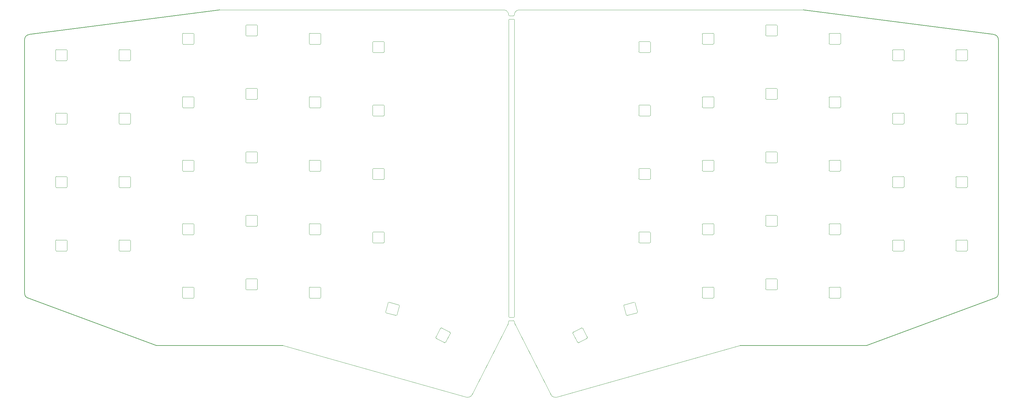
<source format=gm1>
%TF.GenerationSoftware,KiCad,Pcbnew,7.0.10*%
%TF.CreationDate,2024-03-01T16:33:51-05:00*%
%TF.ProjectId,Sofle_Pico_Panel,536f666c-655f-4506-9963-6f5f50616e65,v3.5.4*%
%TF.SameCoordinates,Original*%
%TF.FileFunction,Profile,NP*%
%FSLAX46Y46*%
G04 Gerber Fmt 4.6, Leading zero omitted, Abs format (unit mm)*
G04 Created by KiCad (PCBNEW 7.0.10) date 2024-03-01 16:33:51*
%MOMM*%
%LPD*%
G01*
G04 APERTURE LIST*
%TA.AperFunction,Profile*%
%ADD10C,0.100000*%
%TD*%
%TA.AperFunction,Profile*%
%ADD11C,0.150000*%
%TD*%
%TA.AperFunction,Profile*%
%ADD12C,0.050000*%
%TD*%
G04 APERTURE END LIST*
D10*
X105942385Y-164195552D02*
G75*
G03*
X107674776Y-163429736I395915J1446752D01*
G01*
X131325213Y-163429742D02*
G75*
G03*
X133057618Y-164195565I1336487J680942D01*
G01*
X120075000Y-49725000D02*
G75*
G03*
X120350000Y-49450000I100J274900D01*
G01*
D11*
X-25436186Y-55348999D02*
G75*
G03*
X-26772343Y-56850000I174979J-1500971D01*
G01*
D10*
X118485765Y-142212817D02*
G75*
G03*
X118649255Y-141505135I-1338365J681917D01*
G01*
D11*
X265772343Y-56850000D02*
X265772343Y-133050000D01*
D10*
X133057618Y-164195565D02*
X188072343Y-148700000D01*
X117148872Y-47950000D02*
X31877657Y-47950000D01*
X121851128Y-47949944D02*
G75*
G03*
X120350744Y-49450000I72J-1500456D01*
G01*
D11*
X265772355Y-56850000D02*
G75*
G03*
X264436186Y-55349000I-1511055J100D01*
G01*
X226172343Y-148700000D02*
X264866606Y-134427262D01*
D10*
X50927657Y-148700000D02*
X105942382Y-164195565D01*
D11*
X-26772343Y-133050000D02*
X-26772343Y-56850000D01*
X188072343Y-148700000D02*
X226172343Y-148700000D01*
D10*
X120075000Y-49725000D02*
X118925000Y-49725000D01*
D11*
X207122343Y-47950000D02*
X264436186Y-55348999D01*
D10*
X118925000Y-141225000D02*
G75*
G03*
X118650000Y-141500000I-100J-274900D01*
G01*
D11*
X-25866606Y-134427262D02*
X12827658Y-148700000D01*
X264866605Y-134427260D02*
G75*
G03*
X265772343Y-133050000I-594105J1377160D01*
G01*
X-26772342Y-133050000D02*
G75*
G03*
X-25866606Y-134427261I1499903J-63D01*
G01*
D10*
X120514232Y-142212818D02*
X131325224Y-163429736D01*
X207122343Y-47950000D02*
X121851128Y-47950000D01*
X120350732Y-141505135D02*
G75*
G03*
X120514233Y-142212818I1501768J-25765D01*
G01*
D11*
X-25436186Y-55348999D02*
X31877657Y-47950000D01*
D10*
X118649985Y-49450000D02*
G75*
G03*
X117149616Y-47949615I-1500485J-100D01*
G01*
X118650000Y-49450000D02*
G75*
G03*
X118925000Y-49725000I274900J-100D01*
G01*
X120350000Y-141500000D02*
G75*
G03*
X120075000Y-141225000I-274900J100D01*
G01*
X120350000Y-50850000D02*
X120350000Y-73100000D01*
X120350000Y-95475000D01*
X120350000Y-140075000D01*
X120200000Y-140225000D01*
X118800000Y-140225000D01*
X118650000Y-140075000D01*
X118650000Y-50850000D01*
X118775000Y-50725000D01*
X120225000Y-50725000D01*
X120350000Y-50850000D01*
D11*
X12827658Y-148700000D02*
X50927657Y-148700000D01*
D10*
X107674776Y-163429736D02*
X118485768Y-142212818D01*
X120075000Y-141225000D02*
X118925000Y-141225000D01*
D12*
X-17482506Y-117205135D02*
X-17482506Y-120105135D01*
X-17282506Y-117005135D02*
X-14182506Y-117005135D01*
X-14182506Y-120305135D02*
X-17282506Y-120305135D01*
X-13982506Y-120105135D02*
X-13982506Y-117205135D01*
X-17282506Y-117005135D02*
G75*
G03*
X-17482506Y-117205135I-2J-199998D01*
G01*
X-17482506Y-120105135D02*
G75*
G03*
X-17282506Y-120305135I199998J-2D01*
G01*
X-13982506Y-117205135D02*
G75*
G03*
X-14182506Y-117005135I-200000J0D01*
G01*
X-14182506Y-120305135D02*
G75*
G03*
X-13982506Y-120105135I0J200000D01*
G01*
X180282506Y-58055135D02*
X180282506Y-55155135D01*
X180082506Y-58255135D02*
X176982506Y-58255135D01*
X176982506Y-54955135D02*
X180082506Y-54955135D01*
X176782506Y-55155135D02*
X176782506Y-58055135D01*
X180082506Y-58255135D02*
G75*
G03*
X180282506Y-58055135I2J199998D01*
G01*
X180282506Y-55155135D02*
G75*
G03*
X180082506Y-54955135I-199998J2D01*
G01*
X176782506Y-58055135D02*
G75*
G03*
X176982506Y-58255135I200000J0D01*
G01*
X176982506Y-54955135D02*
G75*
G03*
X176782506Y-55155135I0J-200000D01*
G01*
X157338226Y-138622616D02*
X156587651Y-135821431D01*
X157196804Y-138867565D02*
X154202434Y-139669904D01*
X153348332Y-136482349D02*
X156342702Y-135680010D01*
X153206910Y-136727298D02*
X153957485Y-139528483D01*
X157196804Y-138867565D02*
G75*
G03*
X157338226Y-138622616I-51761J193184D01*
G01*
X156587651Y-135821431D02*
G75*
G03*
X156342702Y-135680010I-193184J-51762D01*
G01*
X153957487Y-139528483D02*
G75*
G03*
X154202434Y-139669903I193184J51764D01*
G01*
X153348332Y-136482350D02*
G75*
G03*
X153206911Y-136727298I51763J-193184D01*
G01*
X237432506Y-101055135D02*
X237432506Y-98155135D01*
X237232506Y-101255135D02*
X234132506Y-101255135D01*
X234132506Y-97955135D02*
X237232506Y-97955135D01*
X233932506Y-98155135D02*
X233932506Y-101055135D01*
X237232506Y-101255135D02*
G75*
G03*
X237432506Y-101055135I2J199998D01*
G01*
X237432506Y-98155135D02*
G75*
G03*
X237232506Y-97955135I-199998J2D01*
G01*
X233932506Y-101055135D02*
G75*
G03*
X234132506Y-101255135I200000J0D01*
G01*
X234132506Y-97955135D02*
G75*
G03*
X233932506Y-98155135I0J-200000D01*
G01*
X139578165Y-147809199D02*
X142162084Y-146492626D01*
X139309166Y-147721795D02*
X137901795Y-144959675D01*
X140842116Y-143461507D02*
X142249487Y-146223627D01*
X140573117Y-143374103D02*
X137989198Y-144690676D01*
X139309165Y-147721795D02*
G75*
G03*
X139578165Y-147809199I178201J90795D01*
G01*
X142162084Y-146492626D02*
G75*
G03*
X142249487Y-146223627I-90796J178200D01*
G01*
X137989198Y-144690677D02*
G75*
G03*
X137901796Y-144959675I90798J-178200D01*
G01*
X140842116Y-143461507D02*
G75*
G03*
X140573117Y-143374104I-178201J-90798D01*
G01*
X39667494Y-71705135D02*
X39667494Y-74605135D01*
X39867494Y-71505135D02*
X42967494Y-71505135D01*
X42967494Y-74805135D02*
X39867494Y-74805135D01*
X43167494Y-74605135D02*
X43167494Y-71705135D01*
X39867494Y-71505135D02*
G75*
G03*
X39667494Y-71705135I-2J-199998D01*
G01*
X39667494Y-74605135D02*
G75*
G03*
X39867494Y-74805135I199998J-2D01*
G01*
X43167494Y-71705135D02*
G75*
G03*
X42967494Y-71505135I-200000J0D01*
G01*
X42967494Y-74805135D02*
G75*
G03*
X43167494Y-74605135I0J200000D01*
G01*
X39667494Y-52655135D02*
X39667494Y-55555135D01*
X39867494Y-52455135D02*
X42967494Y-52455135D01*
X42967494Y-55755135D02*
X39867494Y-55755135D01*
X43167494Y-55555135D02*
X43167494Y-52655135D01*
X39867494Y-52455135D02*
G75*
G03*
X39667494Y-52655135I-2J-199998D01*
G01*
X39667494Y-55555135D02*
G75*
G03*
X39867494Y-55755135I199998J-2D01*
G01*
X43167494Y-52655135D02*
G75*
G03*
X42967494Y-52455135I-200000J0D01*
G01*
X42967494Y-55755135D02*
G75*
G03*
X43167494Y-55555135I0J200000D01*
G01*
X-17482506Y-60055135D02*
X-17482506Y-62955135D01*
X-17282506Y-59855135D02*
X-14182506Y-59855135D01*
X-14182506Y-63155135D02*
X-17282506Y-63155135D01*
X-13982506Y-62955135D02*
X-13982506Y-60055135D01*
X-17282506Y-59855135D02*
G75*
G03*
X-17482506Y-60055135I-2J-199998D01*
G01*
X-17482506Y-62955135D02*
G75*
G03*
X-17282506Y-63155135I199998J-2D01*
G01*
X-13982506Y-60055135D02*
G75*
G03*
X-14182506Y-59855135I-200000J0D01*
G01*
X-14182506Y-63155135D02*
G75*
G03*
X-13982506Y-62955135I0J200000D01*
G01*
X237432506Y-82005135D02*
X237432506Y-79105135D01*
X237232506Y-82205135D02*
X234132506Y-82205135D01*
X234132506Y-78905135D02*
X237232506Y-78905135D01*
X233932506Y-79105135D02*
X233932506Y-82005135D01*
X237232506Y-82205135D02*
G75*
G03*
X237432506Y-82005135I2J199998D01*
G01*
X237432506Y-79105135D02*
G75*
G03*
X237232506Y-78905135I-199998J2D01*
G01*
X233932506Y-82005135D02*
G75*
G03*
X234132506Y-82205135I200000J0D01*
G01*
X234132506Y-78905135D02*
G75*
G03*
X233932506Y-79105135I0J-200000D01*
G01*
X237432506Y-62955135D02*
X237432506Y-60055135D01*
X237232506Y-63155135D02*
X234132506Y-63155135D01*
X234132506Y-59855135D02*
X237232506Y-59855135D01*
X233932506Y-60055135D02*
X233932506Y-62955135D01*
X237232506Y-63155135D02*
G75*
G03*
X237432506Y-62955135I2J199998D01*
G01*
X237432506Y-60055135D02*
G75*
G03*
X237232506Y-59855135I-199998J2D01*
G01*
X233932506Y-62955135D02*
G75*
G03*
X234132506Y-63155135I200000J0D01*
G01*
X234132506Y-59855135D02*
G75*
G03*
X233932506Y-60055135I0J-200000D01*
G01*
X237432506Y-120105135D02*
X237432506Y-117205135D01*
X237232506Y-120305135D02*
X234132506Y-120305135D01*
X234132506Y-117005135D02*
X237232506Y-117005135D01*
X233932506Y-117205135D02*
X233932506Y-120105135D01*
X237232506Y-120305135D02*
G75*
G03*
X237432506Y-120105135I2J199998D01*
G01*
X237432506Y-117205135D02*
G75*
G03*
X237232506Y-117005135I-199998J2D01*
G01*
X233932506Y-120105135D02*
G75*
G03*
X234132506Y-120305135I200000J0D01*
G01*
X234132506Y-117005135D02*
G75*
G03*
X233932506Y-117205135I0J-200000D01*
G01*
X20617494Y-131355135D02*
X20617494Y-134255135D01*
X20817494Y-131155135D02*
X23917494Y-131155135D01*
X23917494Y-134455135D02*
X20817494Y-134455135D01*
X24117494Y-134255135D02*
X24117494Y-131355135D01*
X20817494Y-131155135D02*
G75*
G03*
X20617494Y-131355135I-2J-199998D01*
G01*
X20617494Y-134255135D02*
G75*
G03*
X20817494Y-134455135I199998J-2D01*
G01*
X24117494Y-131355135D02*
G75*
G03*
X23917494Y-131155135I-200000J0D01*
G01*
X23917494Y-134455135D02*
G75*
G03*
X24117494Y-134255135I0J200000D01*
G01*
X180282506Y-77105135D02*
X180282506Y-74205135D01*
X180082506Y-77305135D02*
X176982506Y-77305135D01*
X176982506Y-74005135D02*
X180082506Y-74005135D01*
X176782506Y-74205135D02*
X176782506Y-77105135D01*
X180082506Y-77305135D02*
G75*
G03*
X180282506Y-77105135I2J199998D01*
G01*
X180282506Y-74205135D02*
G75*
G03*
X180082506Y-74005135I-199998J2D01*
G01*
X176782506Y-77105135D02*
G75*
G03*
X176982506Y-77305135I200000J0D01*
G01*
X176982506Y-74005135D02*
G75*
G03*
X176782506Y-74205135I0J-200000D01*
G01*
X218382506Y-115205135D02*
X218382506Y-112305135D01*
X218182506Y-115405135D02*
X215082506Y-115405135D01*
X215082506Y-112105135D02*
X218182506Y-112105135D01*
X214882506Y-112305135D02*
X214882506Y-115205135D01*
X218182506Y-115405135D02*
G75*
G03*
X218382506Y-115205135I2J199998D01*
G01*
X218382506Y-112305135D02*
G75*
G03*
X218182506Y-112105135I-199998J2D01*
G01*
X214882506Y-115205135D02*
G75*
G03*
X215082506Y-115405135I200000J0D01*
G01*
X215082506Y-112105135D02*
G75*
G03*
X214882506Y-112305135I0J-200000D01*
G01*
X20617494Y-93255135D02*
X20617494Y-96155135D01*
X20817494Y-93055135D02*
X23917494Y-93055135D01*
X23917494Y-96355135D02*
X20817494Y-96355135D01*
X24117494Y-96155135D02*
X24117494Y-93255135D01*
X20817494Y-93055135D02*
G75*
G03*
X20617494Y-93255135I-2J-199998D01*
G01*
X20617494Y-96155135D02*
G75*
G03*
X20817494Y-96355135I199998J-2D01*
G01*
X24117494Y-93255135D02*
G75*
G03*
X23917494Y-93055135I-200000J0D01*
G01*
X23917494Y-96355135D02*
G75*
G03*
X24117494Y-96155135I0J200000D01*
G01*
X199332506Y-112705135D02*
X199332506Y-109805135D01*
X199132506Y-112905135D02*
X196032506Y-112905135D01*
X196032506Y-109605135D02*
X199132506Y-109605135D01*
X195832506Y-109805135D02*
X195832506Y-112705135D01*
X199132506Y-112905135D02*
G75*
G03*
X199332506Y-112705135I2J199998D01*
G01*
X199332506Y-109805135D02*
G75*
G03*
X199132506Y-109605135I-199998J2D01*
G01*
X195832506Y-112705135D02*
G75*
G03*
X196032506Y-112905135I200000J0D01*
G01*
X196032506Y-109605135D02*
G75*
G03*
X195832506Y-109805135I0J-200000D01*
G01*
X-17482506Y-98155135D02*
X-17482506Y-101055135D01*
X-17282506Y-97955135D02*
X-14182506Y-97955135D01*
X-14182506Y-101255135D02*
X-17282506Y-101255135D01*
X-13982506Y-101055135D02*
X-13982506Y-98155135D01*
X-17282506Y-97955135D02*
G75*
G03*
X-17482506Y-98155135I-2J-199998D01*
G01*
X-17482506Y-101055135D02*
G75*
G03*
X-17282506Y-101255135I199998J-2D01*
G01*
X-13982506Y-98155135D02*
G75*
G03*
X-14182506Y-97955135I-200000J0D01*
G01*
X-14182506Y-101255135D02*
G75*
G03*
X-13982506Y-101055135I0J200000D01*
G01*
X20617494Y-74205135D02*
X20617494Y-77105135D01*
X20817494Y-74005135D02*
X23917494Y-74005135D01*
X23917494Y-77305135D02*
X20817494Y-77305135D01*
X24117494Y-77105135D02*
X24117494Y-74205135D01*
X20817494Y-74005135D02*
G75*
G03*
X20617494Y-74205135I-2J-199998D01*
G01*
X20617494Y-77105135D02*
G75*
G03*
X20817494Y-77305135I199998J-2D01*
G01*
X24117494Y-74205135D02*
G75*
G03*
X23917494Y-74005135I-200000J0D01*
G01*
X23917494Y-77305135D02*
G75*
G03*
X24117494Y-77105135I0J200000D01*
G01*
X256482506Y-101055135D02*
X256482506Y-98155135D01*
X256282506Y-101255135D02*
X253182506Y-101255135D01*
X253182506Y-97955135D02*
X256282506Y-97955135D01*
X252982506Y-98155135D02*
X252982506Y-101055135D01*
X256282506Y-101255135D02*
G75*
G03*
X256482506Y-101055135I2J199998D01*
G01*
X256482506Y-98155135D02*
G75*
G03*
X256282506Y-97955135I-199998J2D01*
G01*
X252982506Y-101055135D02*
G75*
G03*
X253182506Y-101255135I200000J0D01*
G01*
X253182506Y-97955135D02*
G75*
G03*
X252982506Y-98155135I0J-200000D01*
G01*
X20617494Y-112305135D02*
X20617494Y-115205135D01*
X20817494Y-112105135D02*
X23917494Y-112105135D01*
X23917494Y-115405135D02*
X20817494Y-115405135D01*
X24117494Y-115205135D02*
X24117494Y-112305135D01*
X20817494Y-112105135D02*
G75*
G03*
X20617494Y-112305135I-2J-199998D01*
G01*
X20617494Y-115205135D02*
G75*
G03*
X20817494Y-115405135I199998J-2D01*
G01*
X24117494Y-112305135D02*
G75*
G03*
X23917494Y-112105135I-200000J0D01*
G01*
X23917494Y-115405135D02*
G75*
G03*
X24117494Y-115205135I0J200000D01*
G01*
X58717494Y-131355135D02*
X58717494Y-134255135D01*
X58917494Y-131155135D02*
X62017494Y-131155135D01*
X62017494Y-134455135D02*
X58917494Y-134455135D01*
X62217494Y-134255135D02*
X62217494Y-131355135D01*
X58917494Y-131155135D02*
G75*
G03*
X58717494Y-131355135I-2J-199998D01*
G01*
X58717494Y-134255135D02*
G75*
G03*
X58917494Y-134455135I199998J-2D01*
G01*
X62217494Y-131355135D02*
G75*
G03*
X62017494Y-131155135I-200000J0D01*
G01*
X62017494Y-134455135D02*
G75*
G03*
X62217494Y-134255135I0J200000D01*
G01*
X161232506Y-98655135D02*
X161232506Y-95755135D01*
X161032506Y-98855135D02*
X157932506Y-98855135D01*
X157932506Y-95555135D02*
X161032506Y-95555135D01*
X157732506Y-95755135D02*
X157732506Y-98655135D01*
X161032506Y-98855135D02*
G75*
G03*
X161232506Y-98655135I2J199998D01*
G01*
X161232506Y-95755135D02*
G75*
G03*
X161032506Y-95555135I-199998J2D01*
G01*
X157732506Y-98655135D02*
G75*
G03*
X157932506Y-98855135I200000J0D01*
G01*
X157932506Y-95555135D02*
G75*
G03*
X157732506Y-95755135I0J-200000D01*
G01*
X77767494Y-95755134D02*
X77767494Y-98655134D01*
X77967494Y-95555134D02*
X81067494Y-95555134D01*
X81067494Y-98855134D02*
X77967494Y-98855134D01*
X81267494Y-98655134D02*
X81267494Y-95755134D01*
X77967494Y-95555134D02*
G75*
G03*
X77767494Y-95755134I-2J-199998D01*
G01*
X77767494Y-98655134D02*
G75*
G03*
X77967494Y-98855134I199998J-2D01*
G01*
X81267494Y-95755134D02*
G75*
G03*
X81067494Y-95555134I-200000J0D01*
G01*
X81067494Y-98855134D02*
G75*
G03*
X81267494Y-98655134I0J200000D01*
G01*
X1567494Y-98155135D02*
X1567494Y-101055135D01*
X1767494Y-97955135D02*
X4867494Y-97955135D01*
X4867494Y-101255135D02*
X1767494Y-101255135D01*
X5067494Y-101055135D02*
X5067494Y-98155135D01*
X1767494Y-97955135D02*
G75*
G03*
X1567494Y-98155135I-2J-199998D01*
G01*
X1567494Y-101055135D02*
G75*
G03*
X1767494Y-101255135I199998J-2D01*
G01*
X5067494Y-98155135D02*
G75*
G03*
X4867494Y-97955135I-200000J0D01*
G01*
X4867494Y-101255135D02*
G75*
G03*
X5067494Y-101055135I0J200000D01*
G01*
X218382506Y-77105135D02*
X218382506Y-74205135D01*
X218182506Y-77305135D02*
X215082506Y-77305135D01*
X215082506Y-74005135D02*
X218182506Y-74005135D01*
X214882506Y-74205135D02*
X214882506Y-77105135D01*
X218182506Y-77305135D02*
G75*
G03*
X218382506Y-77105135I2J199998D01*
G01*
X218382506Y-74205135D02*
G75*
G03*
X218182506Y-74005135I-199998J2D01*
G01*
X214882506Y-77105135D02*
G75*
G03*
X215082506Y-77305135I200000J0D01*
G01*
X215082506Y-74005135D02*
G75*
G03*
X214882506Y-74205135I0J-200000D01*
G01*
X1567494Y-117205135D02*
X1567494Y-120105135D01*
X1767494Y-117005135D02*
X4867494Y-117005135D01*
X4867494Y-120305135D02*
X1767494Y-120305135D01*
X5067494Y-120105135D02*
X5067494Y-117205135D01*
X1767494Y-117005135D02*
G75*
G03*
X1567494Y-117205135I-2J-199998D01*
G01*
X1567494Y-120105135D02*
G75*
G03*
X1767494Y-120305135I199998J-2D01*
G01*
X5067494Y-117205135D02*
G75*
G03*
X4867494Y-117005135I-200000J0D01*
G01*
X4867494Y-120305135D02*
G75*
G03*
X5067494Y-120105135I0J200000D01*
G01*
X180282506Y-115205135D02*
X180282506Y-112305135D01*
X180082506Y-115405135D02*
X176982506Y-115405135D01*
X176982506Y-112105135D02*
X180082506Y-112105135D01*
X176782506Y-112305135D02*
X176782506Y-115205135D01*
X180082506Y-115405135D02*
G75*
G03*
X180282506Y-115205135I2J199998D01*
G01*
X180282506Y-112305135D02*
G75*
G03*
X180082506Y-112105135I-199998J2D01*
G01*
X176782506Y-115205135D02*
G75*
G03*
X176982506Y-115405135I200000J0D01*
G01*
X176982506Y-112105135D02*
G75*
G03*
X176782506Y-112305135I0J-200000D01*
G01*
X256482506Y-62955135D02*
X256482506Y-60055135D01*
X256282506Y-63155135D02*
X253182506Y-63155135D01*
X253182506Y-59855135D02*
X256282506Y-59855135D01*
X252982506Y-60055135D02*
X252982506Y-62955135D01*
X256282506Y-63155135D02*
G75*
G03*
X256482506Y-62955135I2J199998D01*
G01*
X256482506Y-60055135D02*
G75*
G03*
X256282506Y-59855135I-199998J2D01*
G01*
X252982506Y-62955135D02*
G75*
G03*
X253182506Y-63155135I200000J0D01*
G01*
X253182506Y-59855135D02*
G75*
G03*
X252982506Y-60055135I0J-200000D01*
G01*
X82412349Y-135821431D02*
X81661774Y-138622616D01*
X82657298Y-135680010D02*
X85651668Y-136482349D01*
X84797566Y-139669904D02*
X81803196Y-138867565D01*
X85042515Y-139528483D02*
X85793090Y-136727298D01*
X82657298Y-135680010D02*
G75*
G03*
X82412349Y-135821431I-51765J-193183D01*
G01*
X81661774Y-138622616D02*
G75*
G03*
X81803196Y-138867565I193183J-51765D01*
G01*
X85793089Y-136727298D02*
G75*
G03*
X85651668Y-136482350I-193184J51764D01*
G01*
X84797566Y-139669904D02*
G75*
G03*
X85042514Y-139528483I51763J193185D01*
G01*
X39667494Y-90755135D02*
X39667494Y-93655135D01*
X39867494Y-90555135D02*
X42967494Y-90555135D01*
X42967494Y-93855135D02*
X39867494Y-93855135D01*
X43167494Y-93655135D02*
X43167494Y-90755135D01*
X39867494Y-90555135D02*
G75*
G03*
X39667494Y-90755135I-2J-199998D01*
G01*
X39667494Y-93655135D02*
G75*
G03*
X39867494Y-93855135I199998J-2D01*
G01*
X43167494Y-90755135D02*
G75*
G03*
X42967494Y-90555135I-200000J0D01*
G01*
X42967494Y-93855135D02*
G75*
G03*
X43167494Y-93655135I0J200000D01*
G01*
X96837916Y-146492626D02*
X99421835Y-147809199D01*
X96750513Y-146223627D02*
X98157884Y-143461507D01*
X101098205Y-144959675D02*
X99690834Y-147721795D01*
X101010802Y-144690676D02*
X98426883Y-143374103D01*
X96750514Y-146223628D02*
G75*
G03*
X96837916Y-146492625I178198J-90798D01*
G01*
X99421836Y-147809198D02*
G75*
G03*
X99690834Y-147721795I90798J178198D01*
G01*
X98426882Y-143374104D02*
G75*
G03*
X98157885Y-143461507I-90797J-178201D01*
G01*
X101098204Y-144959675D02*
G75*
G03*
X101010802Y-144690677I-178200J90798D01*
G01*
X161232506Y-60555135D02*
X161232506Y-57655135D01*
X161032506Y-60755135D02*
X157932506Y-60755135D01*
X157932506Y-57455135D02*
X161032506Y-57455135D01*
X157732506Y-57655135D02*
X157732506Y-60555135D01*
X161032506Y-60755135D02*
G75*
G03*
X161232506Y-60555135I2J199998D01*
G01*
X161232506Y-57655135D02*
G75*
G03*
X161032506Y-57455135I-199998J2D01*
G01*
X157732506Y-60555135D02*
G75*
G03*
X157932506Y-60755135I200000J0D01*
G01*
X157932506Y-57455135D02*
G75*
G03*
X157732506Y-57655135I0J-200000D01*
G01*
X58717494Y-74205135D02*
X58717494Y-77105135D01*
X58917494Y-74005135D02*
X62017494Y-74005135D01*
X62017494Y-77305135D02*
X58917494Y-77305135D01*
X62217494Y-77105135D02*
X62217494Y-74205135D01*
X58917494Y-74005135D02*
G75*
G03*
X58717494Y-74205135I-2J-199998D01*
G01*
X58717494Y-77105135D02*
G75*
G03*
X58917494Y-77305135I199998J-2D01*
G01*
X62217494Y-74205135D02*
G75*
G03*
X62017494Y-74005135I-200000J0D01*
G01*
X62017494Y-77305135D02*
G75*
G03*
X62217494Y-77105135I0J200000D01*
G01*
X199332506Y-55555135D02*
X199332506Y-52655135D01*
X199132506Y-55755135D02*
X196032506Y-55755135D01*
X196032506Y-52455135D02*
X199132506Y-52455135D01*
X195832506Y-52655135D02*
X195832506Y-55555135D01*
X199132506Y-55755135D02*
G75*
G03*
X199332506Y-55555135I2J199998D01*
G01*
X199332506Y-52655135D02*
G75*
G03*
X199132506Y-52455135I-199998J2D01*
G01*
X195832506Y-55555135D02*
G75*
G03*
X196032506Y-55755135I200000J0D01*
G01*
X196032506Y-52455135D02*
G75*
G03*
X195832506Y-52655135I0J-200000D01*
G01*
X77767494Y-57655135D02*
X77767494Y-60555135D01*
X77967494Y-57455135D02*
X81067494Y-57455135D01*
X81067494Y-60755135D02*
X77967494Y-60755135D01*
X81267494Y-60555135D02*
X81267494Y-57655135D01*
X77967494Y-57455135D02*
G75*
G03*
X77767494Y-57655135I-2J-199998D01*
G01*
X77767494Y-60555135D02*
G75*
G03*
X77967494Y-60755135I199998J-2D01*
G01*
X81267494Y-57655135D02*
G75*
G03*
X81067494Y-57455135I-200000J0D01*
G01*
X81067494Y-60755135D02*
G75*
G03*
X81267494Y-60555135I0J200000D01*
G01*
X199332506Y-131755135D02*
X199332506Y-128855135D01*
X199132506Y-131955135D02*
X196032506Y-131955135D01*
X196032506Y-128655135D02*
X199132506Y-128655135D01*
X195832506Y-128855135D02*
X195832506Y-131755135D01*
X199132506Y-131955135D02*
G75*
G03*
X199332506Y-131755135I2J199998D01*
G01*
X199332506Y-128855135D02*
G75*
G03*
X199132506Y-128655135I-199998J2D01*
G01*
X195832506Y-131755135D02*
G75*
G03*
X196032506Y-131955135I200000J0D01*
G01*
X196032506Y-128655135D02*
G75*
G03*
X195832506Y-128855135I0J-200000D01*
G01*
X199332506Y-74605135D02*
X199332506Y-71705135D01*
X199132506Y-74805135D02*
X196032506Y-74805135D01*
X196032506Y-71505135D02*
X199132506Y-71505135D01*
X195832506Y-71705135D02*
X195832506Y-74605135D01*
X199132506Y-74805135D02*
G75*
G03*
X199332506Y-74605135I2J199998D01*
G01*
X199332506Y-71705135D02*
G75*
G03*
X199132506Y-71505135I-199998J2D01*
G01*
X195832506Y-74605135D02*
G75*
G03*
X196032506Y-74805135I200000J0D01*
G01*
X196032506Y-71505135D02*
G75*
G03*
X195832506Y-71705135I0J-200000D01*
G01*
X58717494Y-112305136D02*
X58717494Y-115205136D01*
X58917494Y-112105136D02*
X62017494Y-112105136D01*
X62017494Y-115405136D02*
X58917494Y-115405136D01*
X62217494Y-115205136D02*
X62217494Y-112305136D01*
X58917494Y-112105136D02*
G75*
G03*
X58717494Y-112305136I-2J-199998D01*
G01*
X58717494Y-115205136D02*
G75*
G03*
X58917494Y-115405136I199998J-2D01*
G01*
X62217494Y-112305136D02*
G75*
G03*
X62017494Y-112105136I-200000J0D01*
G01*
X62017494Y-115405136D02*
G75*
G03*
X62217494Y-115205136I0J200000D01*
G01*
X20617495Y-55155135D02*
X20617495Y-58055135D01*
X20817495Y-54955135D02*
X23917495Y-54955135D01*
X23917495Y-58255135D02*
X20817495Y-58255135D01*
X24117495Y-58055135D02*
X24117495Y-55155135D01*
X20817495Y-54955135D02*
G75*
G03*
X20617495Y-55155135I-2J-199998D01*
G01*
X20617495Y-58055135D02*
G75*
G03*
X20817495Y-58255135I199998J-2D01*
G01*
X24117495Y-55155135D02*
G75*
G03*
X23917495Y-54955135I-200000J0D01*
G01*
X23917495Y-58255135D02*
G75*
G03*
X24117495Y-58055135I0J200000D01*
G01*
X180282506Y-134255135D02*
X180282506Y-131355135D01*
X180082506Y-134455135D02*
X176982506Y-134455135D01*
X176982506Y-131155135D02*
X180082506Y-131155135D01*
X176782506Y-131355135D02*
X176782506Y-134255135D01*
X180082506Y-134455135D02*
G75*
G03*
X180282506Y-134255135I2J199998D01*
G01*
X180282506Y-131355135D02*
G75*
G03*
X180082506Y-131155135I-199998J2D01*
G01*
X176782506Y-134255135D02*
G75*
G03*
X176982506Y-134455135I200000J0D01*
G01*
X176982506Y-131155135D02*
G75*
G03*
X176782506Y-131355135I0J-200000D01*
G01*
X39667494Y-128855135D02*
X39667494Y-131755135D01*
X39867494Y-128655135D02*
X42967494Y-128655135D01*
X42967494Y-131955135D02*
X39867494Y-131955135D01*
X43167494Y-131755135D02*
X43167494Y-128855135D01*
X39867494Y-128655135D02*
G75*
G03*
X39667494Y-128855135I-2J-199998D01*
G01*
X39667494Y-131755135D02*
G75*
G03*
X39867494Y-131955135I199998J-2D01*
G01*
X43167494Y-128855135D02*
G75*
G03*
X42967494Y-128655135I-200000J0D01*
G01*
X42967494Y-131955135D02*
G75*
G03*
X43167494Y-131755135I0J200000D01*
G01*
X161232506Y-79605135D02*
X161232506Y-76705135D01*
X161032506Y-79805135D02*
X157932506Y-79805135D01*
X157932506Y-76505135D02*
X161032506Y-76505135D01*
X157732506Y-76705135D02*
X157732506Y-79605135D01*
X161032506Y-79805135D02*
G75*
G03*
X161232506Y-79605135I2J199998D01*
G01*
X161232506Y-76705135D02*
G75*
G03*
X161032506Y-76505135I-199998J2D01*
G01*
X157732506Y-79605135D02*
G75*
G03*
X157932506Y-79805135I200000J0D01*
G01*
X157932506Y-76505135D02*
G75*
G03*
X157732506Y-76705135I0J-200000D01*
G01*
X218382506Y-58055135D02*
X218382506Y-55155135D01*
X218182506Y-58255135D02*
X215082506Y-58255135D01*
X215082506Y-54955135D02*
X218182506Y-54955135D01*
X214882506Y-55155135D02*
X214882506Y-58055135D01*
X218182506Y-58255135D02*
G75*
G03*
X218382506Y-58055135I2J199998D01*
G01*
X218382506Y-55155135D02*
G75*
G03*
X218182506Y-54955135I-199998J2D01*
G01*
X214882506Y-58055135D02*
G75*
G03*
X215082506Y-58255135I200000J0D01*
G01*
X215082506Y-54955135D02*
G75*
G03*
X214882506Y-55155135I0J-200000D01*
G01*
X161232506Y-117705135D02*
X161232506Y-114805135D01*
X161032506Y-117905135D02*
X157932506Y-117905135D01*
X157932506Y-114605135D02*
X161032506Y-114605135D01*
X157732506Y-114805135D02*
X157732506Y-117705135D01*
X161032506Y-117905135D02*
G75*
G03*
X161232506Y-117705135I2J199998D01*
G01*
X161232506Y-114805135D02*
G75*
G03*
X161032506Y-114605135I-199998J2D01*
G01*
X157732506Y-117705135D02*
G75*
G03*
X157932506Y-117905135I200000J0D01*
G01*
X157932506Y-114605135D02*
G75*
G03*
X157732506Y-114805135I0J-200000D01*
G01*
X77767495Y-114805135D02*
X77767495Y-117705135D01*
X77967495Y-114605135D02*
X81067495Y-114605135D01*
X81067495Y-117905135D02*
X77967495Y-117905135D01*
X81267495Y-117705135D02*
X81267495Y-114805135D01*
X77967495Y-114605135D02*
G75*
G03*
X77767495Y-114805135I-2J-199998D01*
G01*
X77767495Y-117705135D02*
G75*
G03*
X77967495Y-117905135I199998J-2D01*
G01*
X81267495Y-114805135D02*
G75*
G03*
X81067495Y-114605135I-200000J0D01*
G01*
X81067495Y-117905135D02*
G75*
G03*
X81267495Y-117705135I0J200000D01*
G01*
X218382506Y-96155135D02*
X218382506Y-93255135D01*
X218182506Y-96355135D02*
X215082506Y-96355135D01*
X215082506Y-93055135D02*
X218182506Y-93055135D01*
X214882506Y-93255135D02*
X214882506Y-96155135D01*
X218182506Y-96355135D02*
G75*
G03*
X218382506Y-96155135I2J199998D01*
G01*
X218382506Y-93255135D02*
G75*
G03*
X218182506Y-93055135I-199998J2D01*
G01*
X214882506Y-96155135D02*
G75*
G03*
X215082506Y-96355135I200000J0D01*
G01*
X215082506Y-93055135D02*
G75*
G03*
X214882506Y-93255135I0J-200000D01*
G01*
X180282506Y-96155135D02*
X180282506Y-93255135D01*
X180082506Y-96355135D02*
X176982506Y-96355135D01*
X176982506Y-93055135D02*
X180082506Y-93055135D01*
X176782506Y-93255135D02*
X176782506Y-96155135D01*
X180082506Y-96355135D02*
G75*
G03*
X180282506Y-96155135I2J199998D01*
G01*
X180282506Y-93255135D02*
G75*
G03*
X180082506Y-93055135I-199998J2D01*
G01*
X176782506Y-96155135D02*
G75*
G03*
X176982506Y-96355135I200000J0D01*
G01*
X176982506Y-93055135D02*
G75*
G03*
X176782506Y-93255135I0J-200000D01*
G01*
X-17482506Y-79105135D02*
X-17482506Y-82005135D01*
X-17282506Y-78905135D02*
X-14182506Y-78905135D01*
X-14182506Y-82205135D02*
X-17282506Y-82205135D01*
X-13982506Y-82005135D02*
X-13982506Y-79105135D01*
X-17282506Y-78905135D02*
G75*
G03*
X-17482506Y-79105135I-2J-199998D01*
G01*
X-17482506Y-82005135D02*
G75*
G03*
X-17282506Y-82205135I199998J-2D01*
G01*
X-13982506Y-79105135D02*
G75*
G03*
X-14182506Y-78905135I-200000J0D01*
G01*
X-14182506Y-82205135D02*
G75*
G03*
X-13982506Y-82005135I0J200000D01*
G01*
X199332506Y-93655135D02*
X199332506Y-90755135D01*
X199132506Y-93855135D02*
X196032506Y-93855135D01*
X196032506Y-90555135D02*
X199132506Y-90555135D01*
X195832506Y-90755135D02*
X195832506Y-93655135D01*
X199132506Y-93855135D02*
G75*
G03*
X199332506Y-93655135I2J199998D01*
G01*
X199332506Y-90755135D02*
G75*
G03*
X199132506Y-90555135I-199998J2D01*
G01*
X195832506Y-93655135D02*
G75*
G03*
X196032506Y-93855135I200000J0D01*
G01*
X196032506Y-90555135D02*
G75*
G03*
X195832506Y-90755135I0J-200000D01*
G01*
X58717494Y-93255134D02*
X58717494Y-96155134D01*
X58917494Y-93055134D02*
X62017494Y-93055134D01*
X62017494Y-96355134D02*
X58917494Y-96355134D01*
X62217494Y-96155134D02*
X62217494Y-93255134D01*
X58917494Y-93055134D02*
G75*
G03*
X58717494Y-93255134I-2J-199998D01*
G01*
X58717494Y-96155134D02*
G75*
G03*
X58917494Y-96355134I199998J-2D01*
G01*
X62217494Y-93255134D02*
G75*
G03*
X62017494Y-93055134I-200000J0D01*
G01*
X62017494Y-96355134D02*
G75*
G03*
X62217494Y-96155134I0J200000D01*
G01*
X256482506Y-82005135D02*
X256482506Y-79105135D01*
X256282506Y-82205135D02*
X253182506Y-82205135D01*
X253182506Y-78905135D02*
X256282506Y-78905135D01*
X252982506Y-79105135D02*
X252982506Y-82005135D01*
X256282506Y-82205135D02*
G75*
G03*
X256482506Y-82005135I2J199998D01*
G01*
X256482506Y-79105135D02*
G75*
G03*
X256282506Y-78905135I-199998J2D01*
G01*
X252982506Y-82005135D02*
G75*
G03*
X253182506Y-82205135I200000J0D01*
G01*
X253182506Y-78905135D02*
G75*
G03*
X252982506Y-79105135I0J-200000D01*
G01*
X39667494Y-109805135D02*
X39667494Y-112705135D01*
X39867494Y-109605135D02*
X42967494Y-109605135D01*
X42967494Y-112905135D02*
X39867494Y-112905135D01*
X43167494Y-112705135D02*
X43167494Y-109805135D01*
X39867494Y-109605135D02*
G75*
G03*
X39667494Y-109805135I-2J-199998D01*
G01*
X39667494Y-112705135D02*
G75*
G03*
X39867494Y-112905135I199998J-2D01*
G01*
X43167494Y-109805135D02*
G75*
G03*
X42967494Y-109605135I-200000J0D01*
G01*
X42967494Y-112905135D02*
G75*
G03*
X43167494Y-112705135I0J200000D01*
G01*
X58717494Y-55155135D02*
X58717494Y-58055135D01*
X58917494Y-54955135D02*
X62017494Y-54955135D01*
X62017494Y-58255135D02*
X58917494Y-58255135D01*
X62217494Y-58055135D02*
X62217494Y-55155135D01*
X58917494Y-54955135D02*
G75*
G03*
X58717494Y-55155135I-2J-199998D01*
G01*
X58717494Y-58055135D02*
G75*
G03*
X58917494Y-58255135I199998J-2D01*
G01*
X62217494Y-55155135D02*
G75*
G03*
X62017494Y-54955135I-200000J0D01*
G01*
X62017494Y-58255135D02*
G75*
G03*
X62217494Y-58055135I0J200000D01*
G01*
X1567494Y-79105135D02*
X1567494Y-82005135D01*
X1767494Y-78905135D02*
X4867494Y-78905135D01*
X4867494Y-82205135D02*
X1767494Y-82205135D01*
X5067494Y-82005135D02*
X5067494Y-79105135D01*
X1767494Y-78905135D02*
G75*
G03*
X1567494Y-79105135I-2J-199998D01*
G01*
X1567494Y-82005135D02*
G75*
G03*
X1767494Y-82205135I199998J-2D01*
G01*
X5067494Y-79105135D02*
G75*
G03*
X4867494Y-78905135I-200000J0D01*
G01*
X4867494Y-82205135D02*
G75*
G03*
X5067494Y-82005135I0J200000D01*
G01*
X256482506Y-120105135D02*
X256482506Y-117205135D01*
X256282506Y-120305135D02*
X253182506Y-120305135D01*
X253182506Y-117005135D02*
X256282506Y-117005135D01*
X252982506Y-117205135D02*
X252982506Y-120105135D01*
X256282506Y-120305135D02*
G75*
G03*
X256482506Y-120105135I2J199998D01*
G01*
X256482506Y-117205135D02*
G75*
G03*
X256282506Y-117005135I-199998J2D01*
G01*
X252982506Y-120105135D02*
G75*
G03*
X253182506Y-120305135I200000J0D01*
G01*
X253182506Y-117005135D02*
G75*
G03*
X252982506Y-117205135I0J-200000D01*
G01*
X218382506Y-134255135D02*
X218382506Y-131355135D01*
X218182506Y-134455135D02*
X215082506Y-134455135D01*
X215082506Y-131155135D02*
X218182506Y-131155135D01*
X214882506Y-131355135D02*
X214882506Y-134255135D01*
X218182506Y-134455135D02*
G75*
G03*
X218382506Y-134255135I2J199998D01*
G01*
X218382506Y-131355135D02*
G75*
G03*
X218182506Y-131155135I-199998J2D01*
G01*
X214882506Y-134255135D02*
G75*
G03*
X215082506Y-134455135I200000J0D01*
G01*
X215082506Y-131155135D02*
G75*
G03*
X214882506Y-131355135I0J-200000D01*
G01*
X1567494Y-60055135D02*
X1567494Y-62955135D01*
X1767494Y-59855135D02*
X4867494Y-59855135D01*
X4867494Y-63155135D02*
X1767494Y-63155135D01*
X5067494Y-62955135D02*
X5067494Y-60055135D01*
X1767494Y-59855135D02*
G75*
G03*
X1567494Y-60055135I-2J-199998D01*
G01*
X1567494Y-62955135D02*
G75*
G03*
X1767494Y-63155135I199998J-2D01*
G01*
X5067494Y-60055135D02*
G75*
G03*
X4867494Y-59855135I-200000J0D01*
G01*
X4867494Y-63155135D02*
G75*
G03*
X5067494Y-62955135I0J200000D01*
G01*
X77767494Y-76705135D02*
X77767494Y-79605135D01*
X77967494Y-76505135D02*
X81067494Y-76505135D01*
X81067494Y-79805135D02*
X77967494Y-79805135D01*
X81267494Y-79605135D02*
X81267494Y-76705135D01*
X77967494Y-76505135D02*
G75*
G03*
X77767494Y-76705135I-2J-199998D01*
G01*
X77767494Y-79605135D02*
G75*
G03*
X77967494Y-79805135I199998J-2D01*
G01*
X81267494Y-76705135D02*
G75*
G03*
X81067494Y-76505135I-200000J0D01*
G01*
X81067494Y-79805135D02*
G75*
G03*
X81267494Y-79605135I0J200000D01*
G01*
M02*

</source>
